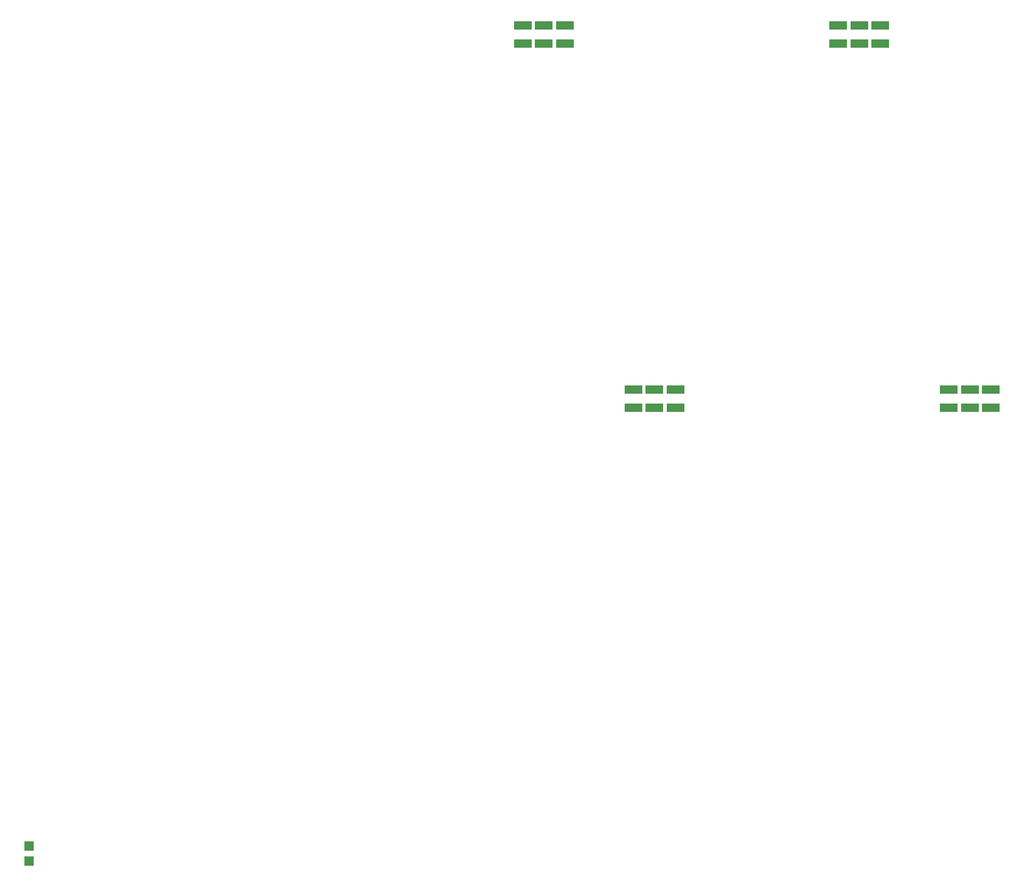
<source format=gbp>
G04 Layer_Color=128*
%FSLAX25Y25*%
%MOIN*%
G70*
G01*
G75*
%ADD195R,0.06112X0.05915*%
%ADD196R,0.11230X0.05718*%
D195*
X10200Y118577D02*
D03*
Y128223D02*
D03*
D196*
X543000Y655609D02*
D03*
Y644191D02*
D03*
X340500D02*
D03*
Y655609D02*
D03*
X556500D02*
D03*
Y644191D02*
D03*
X354000D02*
D03*
Y655609D02*
D03*
X627500Y410191D02*
D03*
Y421609D02*
D03*
X425000D02*
D03*
Y410191D02*
D03*
X614000D02*
D03*
Y421609D02*
D03*
X411500D02*
D03*
Y410191D02*
D03*
X600500D02*
D03*
Y421609D02*
D03*
X398000D02*
D03*
Y410191D02*
D03*
X327000Y655609D02*
D03*
Y644191D02*
D03*
X529500D02*
D03*
Y655609D02*
D03*
M02*

</source>
